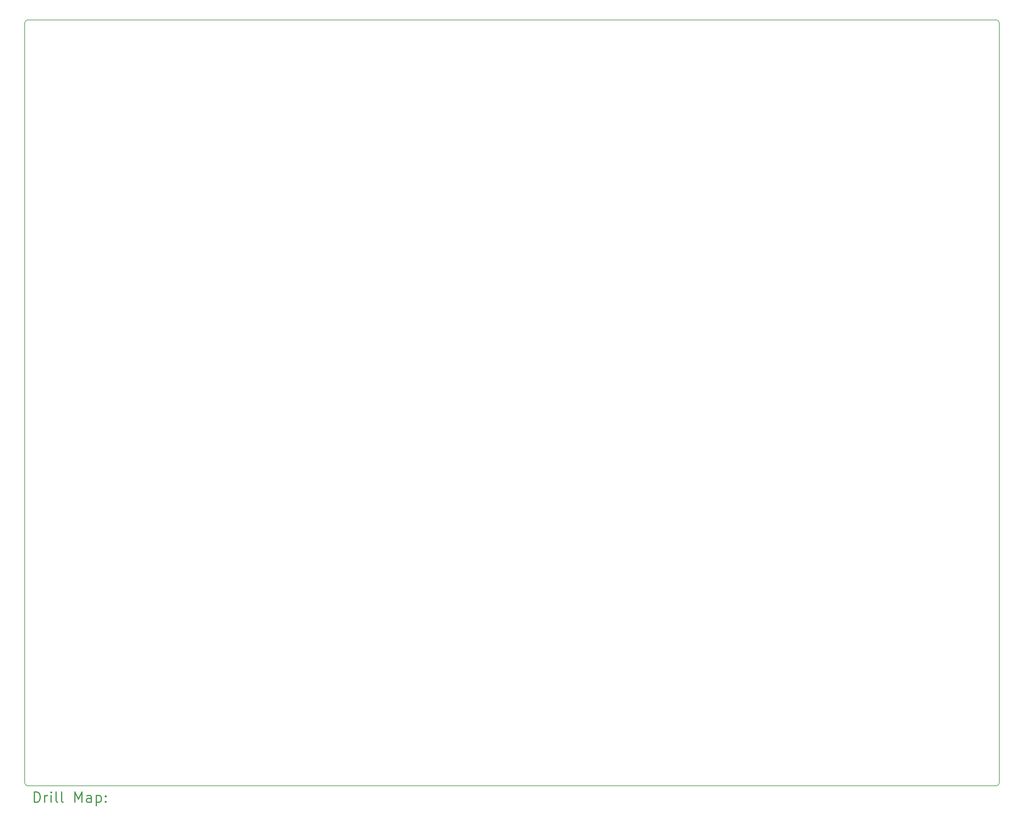
<source format=gbr>
%FSLAX45Y45*%
G04 Gerber Fmt 4.5, Leading zero omitted, Abs format (unit mm)*
G04 Created by KiCad (PCBNEW (5.1.8)-1) date 2021-03-05 20:41:20*
%MOMM*%
%LPD*%
G01*
G04 APERTURE LIST*
%TA.AperFunction,Profile*%
%ADD10C,0.200000*%
%TD*%
%ADD11C,0.200000*%
%ADD12C,0.300000*%
G04 APERTURE END LIST*
D10*
X1308100Y1062300D02*
X1290000Y1051800D01*
X29289500Y1062300D02*
X29269600Y1068700D01*
X29307600Y1051800D02*
X29289500Y1062300D01*
X29348300Y-20939600D02*
X29348300Y981400D01*
X29323100Y1037800D02*
X29307600Y1051800D01*
X29343900Y1001800D02*
X29335400Y1020900D01*
X29269600Y1068700D02*
X29248800Y1070900D01*
X29335400Y1020900D02*
X29323100Y1037800D01*
X29248800Y1070900D02*
X1348800Y1070900D01*
X29348300Y981400D02*
X29343900Y1001800D01*
X1328000Y1068700D02*
X1308100Y1062300D01*
X29343900Y-20960000D02*
X29348300Y-20939600D01*
X1348800Y1070900D02*
X1328000Y1068700D01*
X1274500Y-20996000D02*
X1290000Y-21010000D01*
X1249300Y981400D02*
X1249300Y-20939600D01*
X29307600Y-21010000D02*
X29323100Y-20996000D01*
X1262200Y-20979100D02*
X1274500Y-20996000D01*
X29323100Y-20996000D02*
X29335400Y-20979100D01*
X1290000Y1051800D02*
X1274500Y1037800D01*
X1253700Y1001800D02*
X1249300Y981400D01*
X29269600Y-21026900D02*
X29289500Y-21020500D01*
X1348800Y-21029100D02*
X29248800Y-21029100D01*
X1253700Y-20960000D02*
X1262200Y-20979100D01*
X1308100Y-21020500D02*
X1328000Y-21026900D01*
X1274500Y1037800D02*
X1262200Y1020900D01*
X1262200Y1020900D02*
X1253700Y1001800D01*
X29335400Y-20979100D02*
X29343900Y-20960000D01*
X29289500Y-21020500D02*
X29307600Y-21010000D01*
X29248800Y-21029100D02*
X29269600Y-21026900D01*
X1328000Y-21026900D02*
X1348800Y-21029100D01*
X1249300Y-20939600D02*
X1253700Y-20960000D01*
X1290000Y-21010000D02*
X1308100Y-21020500D01*
D11*
D12*
X1525728Y-21504814D02*
X1525728Y-21204814D01*
X1597157Y-21204814D01*
X1640014Y-21219100D01*
X1668586Y-21247672D01*
X1682871Y-21276243D01*
X1697157Y-21333386D01*
X1697157Y-21376243D01*
X1682871Y-21433386D01*
X1668586Y-21461957D01*
X1640014Y-21490529D01*
X1597157Y-21504814D01*
X1525728Y-21504814D01*
X1825728Y-21504814D02*
X1825728Y-21304814D01*
X1825728Y-21361957D02*
X1840014Y-21333386D01*
X1854300Y-21319100D01*
X1882871Y-21304814D01*
X1911443Y-21304814D01*
X2011443Y-21504814D02*
X2011443Y-21304814D01*
X2011443Y-21204814D02*
X1997157Y-21219100D01*
X2011443Y-21233386D01*
X2025728Y-21219100D01*
X2011443Y-21204814D01*
X2011443Y-21233386D01*
X2197157Y-21504814D02*
X2168586Y-21490529D01*
X2154300Y-21461957D01*
X2154300Y-21204814D01*
X2354300Y-21504814D02*
X2325728Y-21490529D01*
X2311443Y-21461957D01*
X2311443Y-21204814D01*
X2697157Y-21504814D02*
X2697157Y-21204814D01*
X2797157Y-21419100D01*
X2897157Y-21204814D01*
X2897157Y-21504814D01*
X3168586Y-21504814D02*
X3168586Y-21347672D01*
X3154300Y-21319100D01*
X3125728Y-21304814D01*
X3068586Y-21304814D01*
X3040014Y-21319100D01*
X3168586Y-21490529D02*
X3140014Y-21504814D01*
X3068586Y-21504814D01*
X3040014Y-21490529D01*
X3025728Y-21461957D01*
X3025728Y-21433386D01*
X3040014Y-21404814D01*
X3068586Y-21390529D01*
X3140014Y-21390529D01*
X3168586Y-21376243D01*
X3311443Y-21304814D02*
X3311443Y-21604814D01*
X3311443Y-21319100D02*
X3340014Y-21304814D01*
X3397157Y-21304814D01*
X3425728Y-21319100D01*
X3440014Y-21333386D01*
X3454300Y-21361957D01*
X3454300Y-21447672D01*
X3440014Y-21476243D01*
X3425728Y-21490529D01*
X3397157Y-21504814D01*
X3340014Y-21504814D01*
X3311443Y-21490529D01*
X3582871Y-21476243D02*
X3597157Y-21490529D01*
X3582871Y-21504814D01*
X3568586Y-21490529D01*
X3582871Y-21476243D01*
X3582871Y-21504814D01*
X3582871Y-21319100D02*
X3597157Y-21333386D01*
X3582871Y-21347672D01*
X3568586Y-21333386D01*
X3582871Y-21319100D01*
X3582871Y-21347672D01*
M02*

</source>
